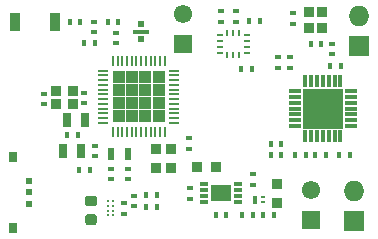
<source format=gts>
G04 #@! TF.GenerationSoftware,KiCad,Pcbnew,(5.0.0)*
G04 #@! TF.CreationDate,2019-07-19T00:06:37-04:00*
G04 #@! TF.ProjectId,lp_ecg,6C705F6563672E6B696361645F706362,rev?*
G04 #@! TF.SameCoordinates,Original*
G04 #@! TF.FileFunction,Soldermask,Top*
G04 #@! TF.FilePolarity,Negative*
%FSLAX46Y46*%
G04 Gerber Fmt 4.6, Leading zero omitted, Abs format (unit mm)*
G04 Created by KiCad (PCBNEW (5.0.0)) date 07/19/19 00:06:37*
%MOMM*%
%LPD*%
G01*
G04 APERTURE LIST*
%ADD10O,1.730000X1.730000*%
%ADD11R,1.730000X1.730000*%
%ADD12R,0.428780X0.629440*%
%ADD13R,0.629440X0.428780*%
%ADD14R,0.505000X0.280000*%
%ADD15R,0.280000X0.505000*%
%ADD16C,0.330000*%
%ADD17R,0.830000X0.830000*%
%ADD18R,0.730000X0.330000*%
%ADD19R,0.630000X0.630000*%
%ADD20R,1.554000X1.554000*%
%ADD21C,1.554000*%
%ADD22R,0.665000X1.173000*%
%ADD23R,0.930000X0.830000*%
%ADD24R,0.830000X1.630000*%
%ADD25R,0.230000X0.830000*%
%ADD26R,0.830000X0.230000*%
%ADD27R,1.142500X1.142500*%
%ADD28R,0.630000X1.130000*%
%ADD29R,0.780000X0.330000*%
%ADD30R,0.905000X0.755000*%
%ADD31R,0.430000X0.730000*%
%ADD32R,0.430000X0.280000*%
%ADD33C,0.150000*%
%ADD34C,0.905000*%
%ADD35R,0.630000X0.430000*%
%ADD36R,1.030000X0.330000*%
%ADD37R,0.330000X1.030000*%
%ADD38R,3.380000X3.380000*%
%ADD39R,0.830000X0.930000*%
%ADD40R,0.730000X0.930000*%
%ADD41R,0.540000X0.630000*%
G04 APERTURE END LIST*
D10*
G04 #@! TO.C,J1*
X296450000Y-127160000D03*
D11*
X296450000Y-129700000D03*
G04 #@! TD*
D12*
G04 #@! TO.C,C15*
X292350420Y-129525000D03*
X293249580Y-129525000D03*
G04 #@! TD*
D13*
G04 #@! TO.C,C14*
X290875000Y-126925000D03*
X290875000Y-127824160D03*
G04 #@! TD*
G04 #@! TO.C,C13*
X290600000Y-131550000D03*
X290600000Y-130650840D03*
G04 #@! TD*
G04 #@! TO.C,C12*
X289575000Y-131549160D03*
X289575000Y-130650000D03*
G04 #@! TD*
D12*
G04 #@! TO.C,C11*
X288975420Y-138950000D03*
X289874580Y-138950000D03*
G04 #@! TD*
G04 #@! TO.C,C10*
X288975420Y-137974580D03*
X289874580Y-137974580D03*
G04 #@! TD*
D13*
G04 #@! TO.C,C9*
X294150000Y-129525840D03*
X294150000Y-130425000D03*
G04 #@! TD*
D12*
G04 #@! TO.C,C8*
X294000000Y-131425000D03*
X294899160Y-131425000D03*
G04 #@! TD*
G04 #@! TO.C,C7*
X295649580Y-138925000D03*
X294750420Y-138925000D03*
G04 #@! TD*
G04 #@! TO.C,C6*
X291025420Y-138950000D03*
X291924580Y-138950000D03*
G04 #@! TD*
G04 #@! TO.C,C4*
X293624580Y-138950000D03*
X292725420Y-138950000D03*
G04 #@! TD*
D14*
G04 #@! TO.C,IC1*
X284638000Y-128800000D03*
X284638000Y-129300000D03*
X284638000Y-129800000D03*
X284638000Y-130300000D03*
D15*
X285300000Y-130462000D03*
X285800000Y-130462000D03*
X286300000Y-130462000D03*
D14*
X286962000Y-130300000D03*
X286962000Y-129800000D03*
X286962000Y-129300000D03*
X286962000Y-128800000D03*
D15*
X286300000Y-128638000D03*
X285800000Y-128638000D03*
X285300000Y-128638000D03*
G04 #@! TD*
D12*
G04 #@! TO.C,C1*
X287125420Y-127600000D03*
X288024580Y-127600000D03*
G04 #@! TD*
G04 #@! TO.C,C2*
X286450420Y-131625000D03*
X287349580Y-131625000D03*
G04 #@! TD*
D16*
G04 #@! TO.C,U2*
X275620000Y-142840000D03*
X275220000Y-142840000D03*
X275220000Y-143240000D03*
X275620000Y-143240000D03*
X275620000Y-143640000D03*
X275220000Y-143640000D03*
X275220000Y-144040000D03*
X275620000Y-144040000D03*
G04 #@! TD*
D13*
G04 #@! TO.C,C5*
X277430000Y-142390000D03*
X277430000Y-143289160D03*
G04 #@! TD*
G04 #@! TO.C,C3*
X276550000Y-143000840D03*
X276550000Y-143900000D03*
G04 #@! TD*
D11*
G04 #@! TO.C,P3*
X295990000Y-144510000D03*
D10*
X295990000Y-141970000D03*
G04 #@! TD*
D12*
G04 #@! TO.C,R5*
X278420420Y-143320000D03*
X279319580Y-143320000D03*
G04 #@! TD*
D17*
G04 #@! TO.C,D4*
X289520000Y-142980000D03*
X289520000Y-141380000D03*
G04 #@! TD*
D12*
G04 #@! TO.C,C18*
X288310420Y-144010000D03*
X289209580Y-144010000D03*
G04 #@! TD*
G04 #@! TO.C,R10*
X286530420Y-144010000D03*
X287429580Y-144010000D03*
G04 #@! TD*
G04 #@! TO.C,C16*
X285199580Y-144020000D03*
X284300420Y-144020000D03*
G04 #@! TD*
D13*
G04 #@! TO.C,R9*
X282140000Y-142639580D03*
X282140000Y-141740420D03*
G04 #@! TD*
G04 #@! TO.C,C17*
X287490000Y-141469580D03*
X287490000Y-140570420D03*
G04 #@! TD*
D17*
G04 #@! TO.C,D3*
X282725000Y-139975000D03*
X284325000Y-139975000D03*
G04 #@! TD*
D13*
G04 #@! TO.C,C22*
X282050000Y-137525420D03*
X282050000Y-138424580D03*
G04 #@! TD*
D12*
G04 #@! TO.C,R7*
X278420840Y-142360000D03*
X279320000Y-142360000D03*
G04 #@! TD*
D13*
G04 #@! TO.C,C21*
X274070000Y-139049580D03*
X274070000Y-138150420D03*
G04 #@! TD*
D18*
G04 #@! TO.C,F1*
X278326500Y-128500000D03*
D19*
X278000000Y-129112500D03*
X278000000Y-127887500D03*
D18*
X277637500Y-128500000D03*
G04 #@! TD*
D13*
G04 #@! TO.C,C34*
X275840000Y-129489580D03*
X275840000Y-128590420D03*
G04 #@! TD*
D12*
G04 #@! TO.C,C33*
X273150420Y-129450000D03*
X274049580Y-129450000D03*
G04 #@! TD*
D20*
G04 #@! TO.C,P2*
X281500000Y-129560000D03*
D21*
X281500000Y-127020000D03*
G04 #@! TD*
D17*
G04 #@! TO.C,D2*
X280490000Y-140050000D03*
X280490000Y-138450000D03*
G04 #@! TD*
G04 #@! TO.C,D1*
X279240000Y-140050000D03*
X279240000Y-138450000D03*
G04 #@! TD*
D20*
G04 #@! TO.C,P1*
X292380000Y-144450000D03*
D21*
X292380000Y-141910000D03*
G04 #@! TD*
D22*
G04 #@! TO.C,L4*
X272932000Y-138620000D03*
X271408000Y-138620000D03*
G04 #@! TD*
D23*
G04 #@! TO.C,X1*
X270800000Y-133500000D03*
X272200000Y-133500000D03*
X270800000Y-134600000D03*
X272200000Y-134600000D03*
G04 #@! TD*
D13*
G04 #@! TO.C,C28*
X275450000Y-140100420D03*
X275450000Y-140999580D03*
G04 #@! TD*
D12*
G04 #@! TO.C,C26*
X273649580Y-140200000D03*
X272750420Y-140200000D03*
G04 #@! TD*
D13*
G04 #@! TO.C,C24*
X269800000Y-133750420D03*
X269800000Y-134649580D03*
G04 #@! TD*
G04 #@! TO.C,C25*
X273200000Y-134549580D03*
X273200000Y-133650420D03*
G04 #@! TD*
G04 #@! TO.C,C29*
X276850000Y-140100420D03*
X276850000Y-140999580D03*
G04 #@! TD*
D24*
G04 #@! TO.C,A1*
X270745000Y-127673000D03*
X267345000Y-127673000D03*
G04 #@! TD*
D12*
G04 #@! TO.C,L6*
X272849580Y-127700000D03*
X271950420Y-127700000D03*
G04 #@! TD*
D13*
G04 #@! TO.C,L5*
X274000000Y-127650420D03*
X274000000Y-128549580D03*
G04 #@! TD*
D12*
G04 #@! TO.C,C30*
X276049580Y-127700000D03*
X275150420Y-127700000D03*
G04 #@! TD*
G04 #@! TO.C,L3*
X271730420Y-137270000D03*
X272629580Y-137270000D03*
G04 #@! TD*
D22*
G04 #@! TO.C,C23*
X273262000Y-136000000D03*
X271738000Y-136000000D03*
G04 #@! TD*
D25*
G04 #@! TO.C,U3*
X275600000Y-137000000D03*
X276000000Y-137000000D03*
X276400000Y-137000000D03*
X276800000Y-137000000D03*
X277200000Y-137000000D03*
X277600000Y-137000000D03*
X278000000Y-137000000D03*
X278400000Y-137000000D03*
X278800000Y-137000000D03*
X279200000Y-137000000D03*
X279600000Y-137000000D03*
X280000000Y-137000000D03*
D26*
X280800000Y-136200000D03*
X280800000Y-135800000D03*
X280800000Y-135400000D03*
X280800000Y-135000000D03*
X280800000Y-134600000D03*
X280800000Y-134200000D03*
X280800000Y-133800000D03*
X280800000Y-133400000D03*
X280800000Y-133000000D03*
X280800000Y-132600000D03*
X280800000Y-132200000D03*
X280800000Y-131800000D03*
D25*
X280000000Y-131000000D03*
X279600000Y-131000000D03*
X279200000Y-131000000D03*
X278800000Y-131000000D03*
X278400000Y-131000000D03*
X278000000Y-131000000D03*
X277600000Y-131000000D03*
X277200000Y-131000000D03*
X276800000Y-131000000D03*
X276400000Y-131000000D03*
X276000000Y-131000000D03*
X275600000Y-131000000D03*
D26*
X274800000Y-131800000D03*
X274800000Y-132200000D03*
X274800000Y-132600000D03*
X274800000Y-133000000D03*
X274800000Y-133400000D03*
X274800000Y-133800000D03*
X274800000Y-134200000D03*
X274800000Y-134600000D03*
X274800000Y-135000000D03*
X274800000Y-135400000D03*
X274800000Y-135800000D03*
X274800000Y-136200000D03*
D27*
X279468750Y-132331250D03*
X278356250Y-132331250D03*
X277243750Y-132331250D03*
X276131250Y-132331250D03*
X279468750Y-133443750D03*
X278356250Y-133443750D03*
X277243750Y-133443750D03*
X276131250Y-133443750D03*
X279468750Y-134556250D03*
X278356250Y-134556250D03*
X277243750Y-134556250D03*
X276131250Y-134556250D03*
X279468750Y-135668750D03*
X278356250Y-135668750D03*
X277243750Y-135668750D03*
X276131250Y-135668750D03*
G04 #@! TD*
D28*
G04 #@! TO.C,X2*
X276850000Y-138850000D03*
X275450000Y-138850000D03*
G04 #@! TD*
D29*
G04 #@! TO.C,U6*
X286210000Y-142890000D03*
X286210000Y-142390000D03*
X286210000Y-141890000D03*
X286210000Y-141390000D03*
X283310000Y-141390000D03*
X283310000Y-141890000D03*
X283310000Y-142390000D03*
X283310000Y-142890000D03*
D30*
X284322500Y-141777500D03*
X284322500Y-142502500D03*
X285197500Y-141777500D03*
X285197500Y-142502500D03*
G04 #@! TD*
D31*
G04 #@! TO.C,Q1*
X287610000Y-142730000D03*
D32*
X288310000Y-142955000D03*
X288310000Y-142505000D03*
G04 #@! TD*
D33*
G04 #@! TO.C,L2*
G36*
X274035926Y-143946089D02*
X274057889Y-143949347D01*
X274079427Y-143954742D01*
X274100332Y-143962222D01*
X274120404Y-143971715D01*
X274139448Y-143983130D01*
X274157281Y-143996356D01*
X274173733Y-144011267D01*
X274188644Y-144027719D01*
X274201870Y-144045552D01*
X274213285Y-144064596D01*
X274222778Y-144084668D01*
X274230258Y-144105573D01*
X274235653Y-144127111D01*
X274238911Y-144149074D01*
X274240000Y-144171250D01*
X274240000Y-144623750D01*
X274238911Y-144645926D01*
X274235653Y-144667889D01*
X274230258Y-144689427D01*
X274222778Y-144710332D01*
X274213285Y-144730404D01*
X274201870Y-144749448D01*
X274188644Y-144767281D01*
X274173733Y-144783733D01*
X274157281Y-144798644D01*
X274139448Y-144811870D01*
X274120404Y-144823285D01*
X274100332Y-144832778D01*
X274079427Y-144840258D01*
X274057889Y-144845653D01*
X274035926Y-144848911D01*
X274013750Y-144850000D01*
X273486250Y-144850000D01*
X273464074Y-144848911D01*
X273442111Y-144845653D01*
X273420573Y-144840258D01*
X273399668Y-144832778D01*
X273379596Y-144823285D01*
X273360552Y-144811870D01*
X273342719Y-144798644D01*
X273326267Y-144783733D01*
X273311356Y-144767281D01*
X273298130Y-144749448D01*
X273286715Y-144730404D01*
X273277222Y-144710332D01*
X273269742Y-144689427D01*
X273264347Y-144667889D01*
X273261089Y-144645926D01*
X273260000Y-144623750D01*
X273260000Y-144171250D01*
X273261089Y-144149074D01*
X273264347Y-144127111D01*
X273269742Y-144105573D01*
X273277222Y-144084668D01*
X273286715Y-144064596D01*
X273298130Y-144045552D01*
X273311356Y-144027719D01*
X273326267Y-144011267D01*
X273342719Y-143996356D01*
X273360552Y-143983130D01*
X273379596Y-143971715D01*
X273399668Y-143962222D01*
X273420573Y-143954742D01*
X273442111Y-143949347D01*
X273464074Y-143946089D01*
X273486250Y-143945000D01*
X274013750Y-143945000D01*
X274035926Y-143946089D01*
X274035926Y-143946089D01*
G37*
D34*
X273750000Y-144397500D03*
D33*
G36*
X274035926Y-142371089D02*
X274057889Y-142374347D01*
X274079427Y-142379742D01*
X274100332Y-142387222D01*
X274120404Y-142396715D01*
X274139448Y-142408130D01*
X274157281Y-142421356D01*
X274173733Y-142436267D01*
X274188644Y-142452719D01*
X274201870Y-142470552D01*
X274213285Y-142489596D01*
X274222778Y-142509668D01*
X274230258Y-142530573D01*
X274235653Y-142552111D01*
X274238911Y-142574074D01*
X274240000Y-142596250D01*
X274240000Y-143048750D01*
X274238911Y-143070926D01*
X274235653Y-143092889D01*
X274230258Y-143114427D01*
X274222778Y-143135332D01*
X274213285Y-143155404D01*
X274201870Y-143174448D01*
X274188644Y-143192281D01*
X274173733Y-143208733D01*
X274157281Y-143223644D01*
X274139448Y-143236870D01*
X274120404Y-143248285D01*
X274100332Y-143257778D01*
X274079427Y-143265258D01*
X274057889Y-143270653D01*
X274035926Y-143273911D01*
X274013750Y-143275000D01*
X273486250Y-143275000D01*
X273464074Y-143273911D01*
X273442111Y-143270653D01*
X273420573Y-143265258D01*
X273399668Y-143257778D01*
X273379596Y-143248285D01*
X273360552Y-143236870D01*
X273342719Y-143223644D01*
X273326267Y-143208733D01*
X273311356Y-143192281D01*
X273298130Y-143174448D01*
X273286715Y-143155404D01*
X273277222Y-143135332D01*
X273269742Y-143114427D01*
X273264347Y-143092889D01*
X273261089Y-143070926D01*
X273260000Y-143048750D01*
X273260000Y-142596250D01*
X273261089Y-142574074D01*
X273264347Y-142552111D01*
X273269742Y-142530573D01*
X273277222Y-142509668D01*
X273286715Y-142489596D01*
X273298130Y-142470552D01*
X273311356Y-142452719D01*
X273326267Y-142436267D01*
X273342719Y-142421356D01*
X273360552Y-142408130D01*
X273379596Y-142396715D01*
X273399668Y-142387222D01*
X273420573Y-142379742D01*
X273442111Y-142374347D01*
X273464074Y-142371089D01*
X273486250Y-142370000D01*
X274013750Y-142370000D01*
X274035926Y-142371089D01*
X274035926Y-142371089D01*
G37*
D34*
X273750000Y-142822500D03*
G04 #@! TD*
D35*
G04 #@! TO.C,R1*
X286025000Y-126750000D03*
X286025000Y-127650000D03*
G04 #@! TD*
G04 #@! TO.C,R2*
X284750000Y-127650000D03*
X284750000Y-126750000D03*
G04 #@! TD*
D36*
G04 #@! TO.C,IC2*
X295725000Y-136500000D03*
X295725000Y-136000000D03*
X295725000Y-135500000D03*
X295725000Y-135000000D03*
X295725000Y-134500000D03*
X295725000Y-134000000D03*
X295725000Y-133500000D03*
D37*
X294875000Y-132650000D03*
X294375000Y-132650000D03*
X293875000Y-132650000D03*
X293375000Y-132650000D03*
X292875000Y-132650000D03*
X292375000Y-132650000D03*
X291875000Y-132650000D03*
D36*
X291025000Y-133500000D03*
X291025000Y-134000000D03*
X291025000Y-134500000D03*
X291025000Y-135000000D03*
X291025000Y-135500000D03*
X291025000Y-136000000D03*
X291025000Y-136500000D03*
D37*
X291875000Y-137350000D03*
X292375000Y-137350000D03*
X292875000Y-137350000D03*
X293375000Y-137350000D03*
X293875000Y-137350000D03*
X294375000Y-137350000D03*
X294875000Y-137350000D03*
D38*
X293375000Y-135000000D03*
G04 #@! TD*
D39*
G04 #@! TO.C,X3*
X293300000Y-126825000D03*
X293300000Y-128225000D03*
X292200000Y-128225000D03*
X292200000Y-126825000D03*
G04 #@! TD*
D40*
G04 #@! TO.C,SW1*
X267175000Y-145100000D03*
X267175000Y-139100000D03*
D41*
X268530000Y-141100000D03*
X268530000Y-143100000D03*
X268530000Y-142100000D03*
G04 #@! TD*
M02*

</source>
